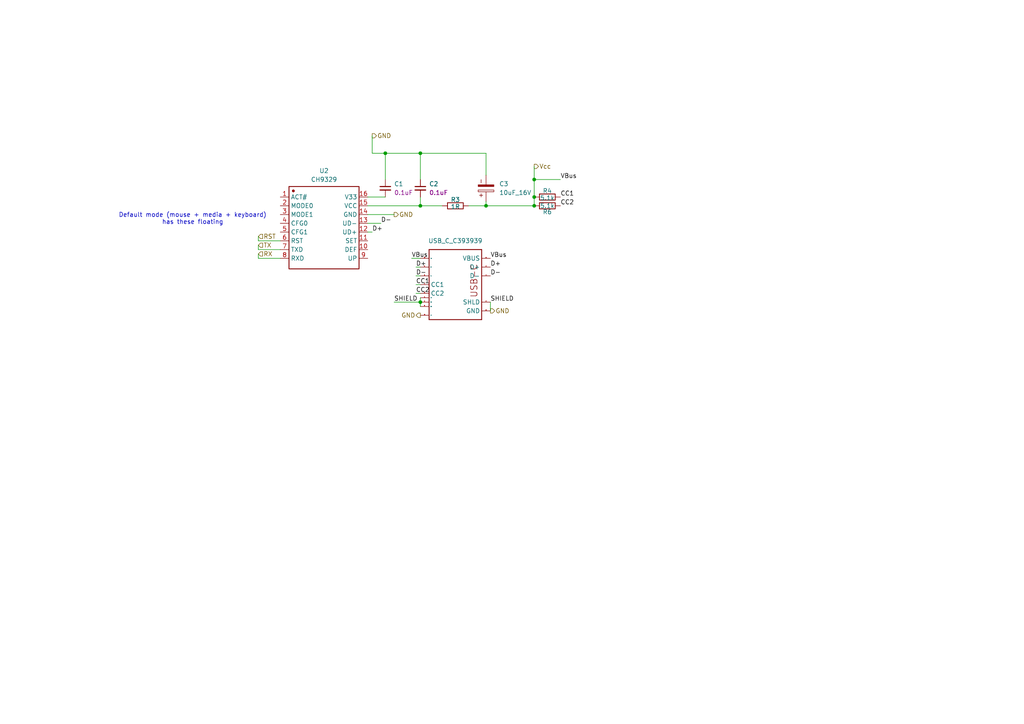
<source format=kicad_sch>
(kicad_sch (version 20250114) (generator "eeschema") (generator_version "9.0")
  (paper "A4")
  (lib_symbols
    (symbol "Library:CH9329"
      (property "Reference" "U?" (at 0 0 0))
      (property "Value" "CH9329" (at 0 0 0))
      (symbol "CH9329_0_0"
        (rectangle (start -10.16 11.938) (end 10.16 -11.938) (stroke (width 0.254)))
        (circle (center -8.89 10.668) (radius 0.254) (stroke (width 0.254)) (fill (type outline)))
        (circle (center -8.89 10.668) (radius 0.254) (stroke (width 0.254)) (fill (type outline)))
      )
      (symbol "CH9329_1_0"
        (pin output line (at -12.7 8.89 0) (length 2.54) (name "ACT#") (number "1"))
        (pin input line (at -12.7 6.35 0) (length 2.54) (name "MODE0") (number "2"))
        (pin input line (at -12.7 3.81 0) (length 2.54) (name "MODE1") (number "3"))
        (pin input line (at -12.7 1.27 0) (length 2.54) (name "CFG0") (number "4"))
        (pin input line (at -12.7 -1.27 0) (length 2.54) (name "CFG1") (number "5"))
        (pin input line (at -12.7 -3.81 0) (length 2.54) (name "RST") (number "6"))
        (pin output line (at -12.7 -6.35 0) (length 2.54) (name "TXD") (number "7"))
        (pin input line (at -12.7 -8.89 0) (length 2.54) (name "RXD") (number "8"))
        (pin power_in line (at 12.7 8.89 180) (length 2.54) (name "V33") (number "16"))
        (pin power_in line (at 12.7 6.35 180) (length 2.54) (name "VCC") (number "15"))
        (pin power_in line (at 12.7 3.81 180) (length 2.54) (name "GND") (number "14"))
        (pin output line (at 12.7 1.27 180) (length 2.54) (name "UD-") (number "13"))
        (pin output line (at 12.7 -1.27 180) (length 2.54) (name "UD+") (number "12"))
        (pin input line (at 12.7 -3.81 180) (length 2.54) (name "SET") (number "11"))
        (pin input line (at 12.7 -6.35 180) (length 2.54) (name "DEF") (number "10"))
        (pin output line (at 12.7 -8.89 180) (length 2.54) (name "UP") (number "9"))
      )
    )
    (symbol "Library:USB_C_C393939"
      (property "Value" "USB_C_C393939" (at 2.032 -11.684 0))
      (symbol "USB_C_C393939_0_0"
        (polyline (pts (xy -6.35 10.16) (xy -6.35 -10.16)) (stroke (width 0.254)))
        (polyline (pts (xy -6.35 -10.16) (xy 8.89 -10.16)) (stroke (width 0.254)))
        (polyline (pts (xy 8.89 10.16) (xy -6.35 10.16)) (stroke (width 0.254)))
        (polyline (pts (xy 8.89 -10.16) (xy 8.89 10.16)) (stroke (width 0.254)))
        (text "USB-C" (at 5.5936 -3.81 900) (effects (font (size 1.858 1.858)) (justify left top)))
        (pin bidirectional line (at -8.89 5.08 0) (length 2.4892) (name "D+") (number "B6"))
        (pin bidirectional line (at -8.89 2.54 0) (length 2.4892) (name "D-") (number "B7"))
        (pin bidirectional line (at -8.89 0 0) (length 2.4892) (name "CC1") (number "A5"))
        (pin bidirectional line (at -8.89 -2.54 0) (length 2.4892) (name "CC2") (number "B5"))
        (pin bidirectional line (at -8.89 -3.81 0) (length 2.4892) (name "SHLD") (number "S3"))
        (pin bidirectional line (at -8.89 -5.08 0) (length 2.4892) (name "SHLD") (number "S4"))
        (pin bidirectional line (at -8.89 -6.35 0) (length 2.4892) (name "SHLD") (number "S2"))
        (pin bidirectional line (at -8.89 -8.89 0) (length 2.4892) (name "GND") (number "B1A12"))
        (pin bidirectional line (at 11.43 7.62 180) (length 2.4892) (name "VBUS") (number "A4B9"))
        (pin bidirectional line (at 11.43 5.08 180) (length 2.4892) (name "D+") (number "A6"))
        (pin bidirectional line (at 11.43 2.54 180) (length 2.4892) (name "D-") (number "A7"))
        (pin bidirectional line (at 11.43 -7.62 180) (length 2.4892) (name "GND") (number "A1B12"))
      )
      (symbol "USB_C_C393939_1_0"
        (pin bidirectional line (at -8.89 7.62 0) (length 2.4892) (name "VBUS") (number "B4A9"))
        (pin output line (at 11.43 -5.08 180) (length 2.4892) (name "SHLD") (number "S1"))
      )
    )
    (symbol "PCM_4ms_Capacitor:0.1uF_0603_16V" (pin_numbers (hide yes)) (pin_names (offset 0.254) (hide yes))
      (property "Reference" "C" (at 1.905 1.27 0))
      (property "Display" "0.1uF" (at 1.905 -1.27 0))
      (symbol "0.1uF_0603_16V_0_1"
        (polyline (pts (xy -1.524 0.508) (xy 1.524 0.508)) (stroke (width 0.3048)))
        (polyline (pts (xy -1.524 -0.508) (xy 1.524 -0.508)) (stroke (width 0.3302)))
      )
      (symbol "0.1uF_0603_16V_1_1"
        (pin passive line (at 0 2.54 270) (length 2.032) (name "~") (number "1"))
        (pin passive line (at 0 -2.54 90) (length 2.032) (name "~") (number "2"))
      )
    )
    (symbol "PCM_SL_Capacitors:10uF_16V"
      (property "Reference" "C" (at 0 7.62 0))
      (property "Value" "10uF_16V" (at 0 5.08 0))
      (symbol "10uF_16V_0_0"
        (text "+" (at -2.032 1.524 0) (effects (font (size 1.27 1.27))))
        (text "-" (at 2.032 1.524 0) (effects (font (size 1.27 1.27))))
      )
      (symbol "10uF_16V_0_1"
        (rectangle (start -1.016 -2.286) (end -0.508 2.286))
        (rectangle (start 0.508 -2.286) (end 1.016 2.286) (fill (type outline)))
      )
      (symbol "10uF_16V_1_1"
        (pin passive line (at -3.81 0 0) (length 2.7) (name "~") (number "1"))
        (pin input line (at 3.81 0 180) (length 2.7) (name "~") (number "2"))
      )
    )
    (symbol "PCM_SL_Resistors:5.6k"
      (property "Reference" "R" (at 0 5.08 0))
      (property "Value" "5.6k" (at 0 2.54 0))
      (symbol "5.6k_0_1"
        (rectangle (start -2.286 0.889) (end 2.286 -0.889) (stroke (width 0.24)))
      )
      (symbol "5.6k_1_1"
        (pin passive line (at -3.81 0 0) (length 1.5) (name "") (number "1"))
        (pin passive line (at 3.81 0 180) (length 1.5) (name "~") (number "2"))
      )
    )
  )
  (text "Default mode (mouse + media + keyboard)\nhas these floating" (at 55.88 63.5 0) (effects (font (size 1.27 1.27))))
  (junction (at 140.97 59.69))
  (junction (at 121.92 44.45))
  (junction (at 154.94 57.15))
  (junction (at 121.92 87.63))
  (junction (at 121.92 59.69))
  (junction (at 111.76 44.45))
  (junction (at 154.94 52.07))
  (junction (at 154.94 59.69))
  (wire (pts (xy 121.92 86.36) (xy 121.92 87.63)))
  (wire (pts (xy 107.95 44.45) (xy 111.76 44.45)))
  (wire (pts (xy 114.3 87.63) (xy 121.92 87.63)))
  (wire (pts (xy 154.94 48.26) (xy 154.94 52.07)))
  (wire (pts (xy 107.95 67.31) (xy 106.68 67.31)))
  (wire (pts (xy 135.89 59.69) (xy 140.97 59.69)))
  (wire (pts (xy 154.94 57.15) (xy 154.94 59.69)))
  (wire (pts (xy 120.65 82.55) (xy 121.92 82.55)))
  (wire (pts (xy 106.68 64.77) (xy 110.49 64.77)))
  (wire (pts (xy 74.93 73.66) (xy 74.93 74.93)))
  (wire (pts (xy 120.65 77.47) (xy 121.92 77.47)))
  (wire (pts (xy 121.92 87.63) (xy 121.92 88.9)))
  (wire (pts (xy 74.93 72.39) (xy 81.28 72.39)))
  (wire (pts (xy 121.92 59.69) (xy 121.92 57.15)))
  (wire (pts (xy 140.97 59.69) (xy 154.94 59.69)))
  (wire (pts (xy 111.76 44.45) (xy 111.76 52.07)))
  (wire (pts (xy 111.76 44.45) (xy 121.92 44.45)))
  (wire (pts (xy 140.97 59.69) (xy 140.97 58.42)))
  (wire (pts (xy 74.93 71.12) (xy 74.93 72.39)))
  (wire (pts (xy 154.94 52.07) (xy 154.94 57.15)))
  (wire (pts (xy 106.68 62.23) (xy 114.3 62.23)))
  (wire (pts (xy 74.93 74.93) (xy 81.28 74.93)))
  (wire (pts (xy 106.68 59.69) (xy 121.92 59.69)))
  (wire (pts (xy 119.38 74.93) (xy 121.92 74.93)))
  (wire (pts (xy 140.97 44.45) (xy 121.92 44.45)))
  (wire (pts (xy 121.92 59.69) (xy 128.27 59.69)))
  (wire (pts (xy 74.93 68.58) (xy 74.93 69.85)))
  (wire (pts (xy 106.68 57.15) (xy 111.76 57.15)))
  (wire (pts (xy 142.24 87.63) (xy 142.24 90.17)))
  (wire (pts (xy 120.65 80.01) (xy 121.92 80.01)))
  (wire (pts (xy 120.65 85.09) (xy 121.92 85.09)))
  (wire (pts (xy 140.97 50.8) (xy 140.97 44.45)))
  (wire (pts (xy 154.94 52.07) (xy 162.56 52.07)))
  (wire (pts (xy 74.93 69.85) (xy 81.28 69.85)))
  (wire (pts (xy 107.95 39.37) (xy 107.95 44.45)))
  (wire (pts (xy 121.92 44.45) (xy 121.92 52.07)))
  (label "VBus" (at 142.24 74.93 0))
  (label "VBus" (at 119.38 74.93 0))
  (label "CC1" (at 120.65 82.55 0))
  (label "SHIELD" (at 114.3 87.63 0))
  (label "CC1" (at 162.56 57.15 0))
  (label "D-" (at 142.24 80.01 0))
  (label "D+" (at 107.95 67.31 0))
  (label "D+" (at 142.24 77.47 0))
  (label "D-" (at 110.49 64.77 0))
  (label "D-" (at 120.65 80.01 0))
  (label "SHIELD" (at 142.24 87.63 0))
  (label "VBus" (at 162.56 52.07 0))
  (label "CC2" (at 120.65 85.09 0))
  (label "CC2" (at 162.56 59.69 0))
  (label "D+" (at 120.65 77.47 0))
  (hierarchical_label "Vcc" (shape output) (at 154.94 48.26 0))
  (hierarchical_label "TX" (shape input) (at 74.93 71.12 0))
  (hierarchical_label "GND" (shape output) (at 142.24 90.17 0))
  (hierarchical_label "RX" (shape input) (at 74.93 73.66 0))
  (hierarchical_label "GND" (shape output) (at 107.95 39.37 0))
  (hierarchical_label "RST" (shape input) (at 74.93 68.58 0))
  (hierarchical_label "GND" (shape output) (at 121.92 91.44 180))
  (hierarchical_label "GND" (shape output) (at 114.3 62.23 0))
  (symbol (lib_id "Library:CH9329") (at 93.98 66.04 0) (unit 1)
    (property "Reference" "U2" (at 93.98 49.53 0))
    (property "Value" "CH9329" (at 93.98 52.07 0))
    (property "Footprint" "Library:CH9329" (effects (hide yes)))
    (property "Manufacturer Part" "CH9329" (effects (hide yes)))
    (property "Manufacturer" "WCH" (effects (hide yes)))
  )
  (symbol (lib_id "Library:USB_C_C393939") (at 130.81 82.55 0) (unit 1)
    (property "Reference" "U3" (effects (hide yes)))
    (property "Value" "USB_C_C393939" (at 132.08 69.85 0))
    (property "Footprint" "Library:USBC_C393939" (effects (hide yes)))
  )
  (symbol (lib_id "PCM_4ms_Capacitor:0.1uF_0603_16V") (at 121.92 54.61 0) (unit 1)
    (property "Reference" "C2" (at 124.46 53.3462 0) (effects (justify left)))
    (property "Value" "0.1uF_0603_16V" (effects (hide yes)))
    (property "Footprint" "PCM_Capacitor_Tantalum_SMD_Handsoldering_AKL:CP_EIA-1608-08_AVX-J" (effects (hide yes)))
    (property "Description" "0.1uF, Min. 16V 10%, X7R or X5R or similar" (effects (hide yes)))
    (property "Specifications" "0.1uF, Min. 16V 10%, X7R or X5R or similar" (effects (hide yes)))
    (property "Manufacturer" "AVX Corporation" (effects (hide yes)))
    (property "Part Number" "0603YC104KAT2A" (effects (hide yes)))
    (property "Display" "0.1uF" (at 124.46 55.8862 0) (effects (justify left)))
    (property "JLCPCB ID" "C14663" (effects (hide yes)))
  )
  (symbol (lib_id "PCM_4ms_Capacitor:0.1uF_0603_16V") (at 111.76 54.61 0) (unit 1)
    (property "Reference" "C1" (at 114.3 53.3462 0) (effects (justify left)))
    (property "Value" "0.1uF_0603_16V" (effects (hide yes)))
    (property "Footprint" "PCM_Capacitor_Tantalum_SMD_Handsoldering_AKL:CP_EIA-1608-08_AVX-J" (effects (hide yes)))
    (property "Description" "0.1uF, Min. 16V 10%, X7R or X5R or similar" (effects (hide yes)))
    (property "Specifications" "0.1uF, Min. 16V 10%, X7R or X5R or similar" (effects (hide yes)))
    (property "Manufacturer" "AVX Corporation" (effects (hide yes)))
    (property "Part Number" "0603YC104KAT2A" (effects (hide yes)))
    (property "Display" "0.1uF" (at 114.3 55.8862 0) (effects (justify left)))
    (property "JLCPCB ID" "C14663" (effects (hide yes)))
  )
  (symbol (lib_id "PCM_SL_Resistors:5.6k") (at 158.75 57.15 0) (unit 1)
    (property "Reference" "R4" (at 158.75 55.372 0))
    (property "Value" "5.1k" (at 158.75 57.404 0))
    (property "Footprint" "Resistor_THT:R_Axial_DIN0207_L6.3mm_D2.5mm_P10.16mm_Horizontal" (effects (hide yes)))
    (property "Description" "5.6kΩ, 1/4W Resistor" (effects (hide yes)))
  )
  (symbol (lib_id "PCM_SL_Resistors:5.6k") (at 158.75 59.69 0) (unit 1)
    (property "Reference" "R6" (at 158.75 61.468 0))
    (property "Value" "5.1k" (at 158.75 59.69 0))
    (property "Footprint" "Resistor_THT:R_Axial_DIN0207_L6.3mm_D2.5mm_P10.16mm_Horizontal" (effects (hide yes)))
    (property "Description" "5.6kΩ, 1/4W Resistor" (effects (hide yes)))
  )
  (symbol (lib_id "PCM_SL_Capacitors:10uF_16V") (at 140.97 54.61 90) (unit 1)
    (property "Reference" "C3" (at 144.78 53.3399 90) (effects (justify right)))
    (property "Value" "10uF_16V" (at 144.78 55.8799 90) (effects (justify right)))
    (property "Footprint" "PCM_4ms_Capacitor:CP_Tantalum_EIA-6032-28_Kemet-C" (effects (hide yes)))
    (property "Description" "10uF, 16V Electrolytic Capacitor" (effects (hide yes)))
  )
  (symbol (lib_id "PCM_SL_Resistors:5.6k") (at 132.08 59.69 0) (unit 1)
    (property "Reference" "R3" (at 132.08 57.912 0))
    (property "Value" "1R" (at 132.08 59.944 0))
    (property "Footprint" "Resistor_THT:R_Axial_DIN0207_L6.3mm_D2.5mm_P10.16mm_Horizontal" (effects (hide yes)))
    (property "Description" "5.6kΩ, 1/4W Resistor" (effects (hide yes)))
  )
)
</source>
